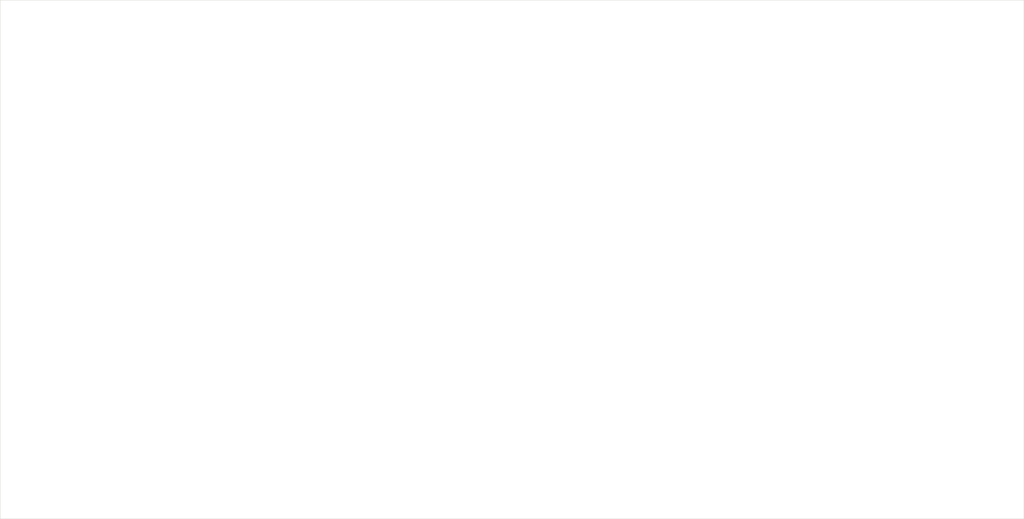
<source format=kicad_pcb>
(kicad_pcb (version 20171130) (host pcbnew 5.99.0+really5.1.10+dfsg1-1)

  (general
    (thickness 1.6)
    (drawings 4)
    (tracks 0)
    (zones 0)
    (modules 0)
    (nets 1)
  )

  (page A4)
  (layers
    (0 F.Cu signal)
    (31 B.Cu signal)
    (32 B.Adhes user)
    (33 F.Adhes user)
    (34 B.Paste user)
    (35 F.Paste user)
    (36 B.SilkS user)
    (37 F.SilkS user)
    (38 B.Mask user)
    (39 F.Mask user)
    (40 Dwgs.User user)
    (41 Cmts.User user)
    (42 Eco1.User user)
    (43 Eco2.User user)
    (44 Edge.Cuts user)
    (45 Margin user)
    (46 B.CrtYd user)
    (47 F.CrtYd user)
    (48 B.Fab user)
    (49 F.Fab user)
  )

  (setup
    (last_trace_width 0.25)
    (trace_clearance 0.2)
    (zone_clearance 0.508)
    (zone_45_only no)
    (trace_min 0.2)
    (via_size 0.8)
    (via_drill 0.4)
    (via_min_size 0.4)
    (via_min_drill 0.3)
    (uvia_size 0.3)
    (uvia_drill 0.1)
    (uvias_allowed no)
    (uvia_min_size 0.2)
    (uvia_min_drill 0.1)
    (edge_width 0.05)
    (segment_width 0.2)
    (pcb_text_width 0.3)
    (pcb_text_size 1.5 1.5)
    (mod_edge_width 0.12)
    (mod_text_size 1 1)
    (mod_text_width 0.15)
    (pad_size 1.524 1.524)
    (pad_drill 0.762)
    (pad_to_mask_clearance 0)
    (aux_axis_origin 0 0)
    (visible_elements FFFFFF7F)
    (pcbplotparams
      (layerselection 0x010fc_ffffffff)
      (usegerberextensions false)
      (usegerberattributes true)
      (usegerberadvancedattributes true)
      (creategerberjobfile true)
      (excludeedgelayer true)
      (linewidth 0.100000)
      (plotframeref false)
      (viasonmask false)
      (mode 1)
      (useauxorigin false)
      (hpglpennumber 1)
      (hpglpenspeed 20)
      (hpglpendiameter 15.000000)
      (psnegative false)
      (psa4output false)
      (plotreference true)
      (plotvalue true)
      (plotinvisibletext false)
      (padsonsilk false)
      (subtractmaskfromsilk false)
      (outputformat 1)
      (mirror false)
      (drillshape 1)
      (scaleselection 1)
      (outputdirectory ""))
  )

  (net 0 "")

  (net_class Default "This is the default net class."
    (clearance 0.2)
    (trace_width 0.25)
    (via_dia 0.8)
    (via_drill 0.4)
    (uvia_dia 0.3)
    (uvia_drill 0.1)
  )

  (gr_line (start 190 40) (end 40 40) (layer Edge.Cuts) (width 0.05) (tstamp 61A5002A))
  (gr_line (start 190 116) (end 190 40) (layer Edge.Cuts) (width 0.05))
  (gr_line (start 40 116) (end 190 116) (layer Edge.Cuts) (width 0.05))
  (gr_line (start 40 40) (end 40 116) (layer Edge.Cuts) (width 0.05))

)

</source>
